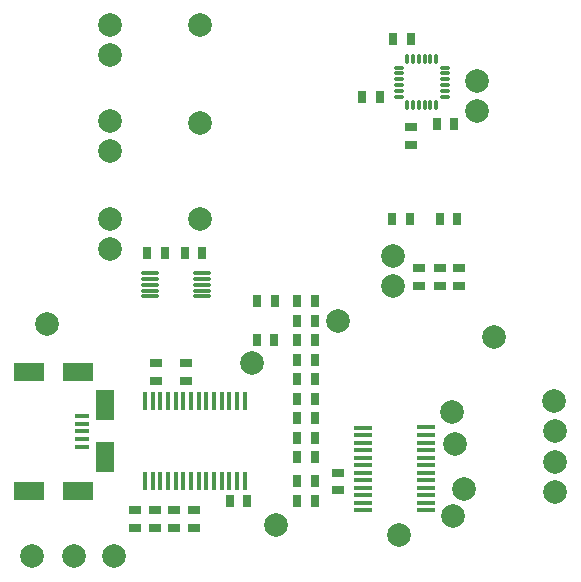
<source format=gbr>
G04 #@! TF.GenerationSoftware,KiCad,Pcbnew,(6.0.9-0)*
G04 #@! TF.CreationDate,2023-12-07T00:14:05+00:00*
G04 #@! TF.ProjectId,BalanceBoard,42616c61-6e63-4654-926f-6172642e6b69,rev?*
G04 #@! TF.SameCoordinates,Original*
G04 #@! TF.FileFunction,Paste,Bot*
G04 #@! TF.FilePolarity,Positive*
%FSLAX46Y46*%
G04 Gerber Fmt 4.6, Leading zero omitted, Abs format (unit mm)*
G04 Created by KiCad (PCBNEW (6.0.9-0)) date 2023-12-07 00:14:05*
%MOMM*%
%LPD*%
G01*
G04 APERTURE LIST*
G04 Aperture macros list*
%AMRoundRect*
0 Rectangle with rounded corners*
0 $1 Rounding radius*
0 $2 $3 $4 $5 $6 $7 $8 $9 X,Y pos of 4 corners*
0 Add a 4 corners polygon primitive as box body*
4,1,4,$2,$3,$4,$5,$6,$7,$8,$9,$2,$3,0*
0 Add four circle primitives for the rounded corners*
1,1,$1+$1,$2,$3*
1,1,$1+$1,$4,$5*
1,1,$1+$1,$6,$7*
1,1,$1+$1,$8,$9*
0 Add four rect primitives between the rounded corners*
20,1,$1+$1,$2,$3,$4,$5,0*
20,1,$1+$1,$4,$5,$6,$7,0*
20,1,$1+$1,$6,$7,$8,$9,0*
20,1,$1+$1,$8,$9,$2,$3,0*%
G04 Aperture macros list end*
%ADD10R,0.700000X1.000000*%
%ADD11R,1.000000X0.700000*%
%ADD12RoundRect,0.075000X0.350000X0.075000X-0.350000X0.075000X-0.350000X-0.075000X0.350000X-0.075000X0*%
%ADD13RoundRect,0.075000X0.075000X-0.350000X0.075000X0.350000X-0.075000X0.350000X-0.075000X-0.350000X0*%
%ADD14C,2.000000*%
%ADD15R,1.250000X0.400000*%
%ADD16R,2.500000X1.500000*%
%ADD17R,1.500000X2.500000*%
%ADD18RoundRect,0.100000X0.100000X-0.650000X0.100000X0.650000X-0.100000X0.650000X-0.100000X-0.650000X0*%
%ADD19RoundRect,0.075000X0.650000X0.075000X-0.650000X0.075000X-0.650000X-0.075000X0.650000X-0.075000X0*%
%ADD20R,1.600000X0.400000*%
G04 APERTURE END LIST*
D10*
X57150000Y-133223000D03*
X55650000Y-133223000D03*
X44450000Y-167386000D03*
X45950000Y-167386000D03*
D11*
X40767000Y-157226000D03*
X40767000Y-155726000D03*
D10*
X59690000Y-143510000D03*
X58190000Y-143510000D03*
X50165000Y-165735000D03*
X51665000Y-165735000D03*
D11*
X38100000Y-168148000D03*
X38100000Y-169648000D03*
X36449000Y-168148000D03*
X36449000Y-169648000D03*
D10*
X50165000Y-167386000D03*
X51665000Y-167386000D03*
D11*
X41402000Y-168148000D03*
X41402000Y-169648000D03*
D12*
X62656000Y-130703000D03*
X62656000Y-131203000D03*
X62656000Y-131703000D03*
X62656000Y-132203000D03*
X62656000Y-132703000D03*
X62656000Y-133203000D03*
D13*
X61956000Y-133903000D03*
X61456000Y-133903000D03*
X60956000Y-133903000D03*
X60456000Y-133903000D03*
X59956000Y-133903000D03*
X59456000Y-133903000D03*
D12*
X58756000Y-133203000D03*
X58756000Y-132703000D03*
X58756000Y-132203000D03*
X58756000Y-131703000D03*
X58756000Y-131203000D03*
X58756000Y-130703000D03*
D13*
X59456000Y-130003000D03*
X59956000Y-130003000D03*
X60456000Y-130003000D03*
X60956000Y-130003000D03*
X61456000Y-130003000D03*
X61956000Y-130003000D03*
D10*
X46748000Y-153797000D03*
X48248000Y-153797000D03*
D14*
X46355000Y-155702000D03*
X41960800Y-143510000D03*
X41910000Y-135382000D03*
X41910000Y-127127000D03*
X27686000Y-172085000D03*
X53594000Y-152146000D03*
X58293000Y-146685000D03*
D15*
X31957000Y-162814000D03*
X31957000Y-162164000D03*
X31957000Y-161514000D03*
X31957000Y-160864000D03*
X31957000Y-160214000D03*
D16*
X27432000Y-166564000D03*
X31632000Y-166564000D03*
D17*
X33882000Y-163714000D03*
X33882000Y-159314000D03*
D16*
X31632000Y-156464000D03*
X27432000Y-156464000D03*
D18*
X45735000Y-165735000D03*
X45085000Y-165735000D03*
X44435000Y-165735000D03*
X43785000Y-165735000D03*
X43135000Y-165735000D03*
X42485000Y-165735000D03*
X41835000Y-165735000D03*
X41185000Y-165735000D03*
X40535000Y-165735000D03*
X39885000Y-165735000D03*
X39235000Y-165735000D03*
X38585000Y-165735000D03*
X37935000Y-165735000D03*
X37285000Y-165735000D03*
X37285000Y-158935000D03*
X37935000Y-158935000D03*
X38585000Y-158935000D03*
X39235000Y-158935000D03*
X39885000Y-158935000D03*
X40535000Y-158935000D03*
X41185000Y-158935000D03*
X41835000Y-158935000D03*
X42485000Y-158935000D03*
X43135000Y-158935000D03*
X43785000Y-158935000D03*
X44435000Y-158935000D03*
X45085000Y-158935000D03*
X45735000Y-158935000D03*
D10*
X63730000Y-143510000D03*
X62230000Y-143510000D03*
X61976000Y-135509000D03*
X63476000Y-135509000D03*
D11*
X38227000Y-157226000D03*
X38227000Y-155726000D03*
X59817000Y-135763000D03*
X59817000Y-137263000D03*
D14*
X34290000Y-146050000D03*
D10*
X51665000Y-150495000D03*
X50165000Y-150495000D03*
D14*
X72009000Y-166624000D03*
X65405000Y-131826000D03*
X66852800Y-153517600D03*
X72034400Y-161493200D03*
D11*
X39751000Y-168148000D03*
X39751000Y-169648000D03*
D10*
X51665000Y-160401000D03*
X50165000Y-160401000D03*
X51665000Y-155448000D03*
X50165000Y-155448000D03*
D14*
X34290000Y-137795000D03*
X34290000Y-129667000D03*
X71882000Y-158953200D03*
X63246000Y-159893000D03*
X34671000Y-172085000D03*
D10*
X51689000Y-158750000D03*
X50189000Y-158750000D03*
X51665000Y-152146000D03*
X50165000Y-152146000D03*
D14*
X31242000Y-172085000D03*
X28956000Y-152400000D03*
X48387000Y-169418000D03*
D11*
X62230000Y-149201000D03*
X62230000Y-147701000D03*
D14*
X65405000Y-134366000D03*
D10*
X59817000Y-128270000D03*
X58317000Y-128270000D03*
D14*
X63373000Y-168656000D03*
D10*
X46760000Y-150495000D03*
X48260000Y-150495000D03*
D14*
X64262000Y-166370000D03*
D11*
X53594000Y-164997000D03*
X53594000Y-166497000D03*
D14*
X58293000Y-149225000D03*
X34290000Y-143510000D03*
D10*
X42140000Y-146431000D03*
X40640000Y-146431000D03*
X51665000Y-153797000D03*
X50165000Y-153797000D03*
D11*
X63881000Y-149201000D03*
X63881000Y-147701000D03*
D19*
X42078000Y-148080803D03*
X42078000Y-148580803D03*
X42078000Y-149080803D03*
X42078000Y-149580803D03*
X42078000Y-150080803D03*
X37678000Y-150080803D03*
X37678000Y-149580803D03*
X37678000Y-149080803D03*
X37678000Y-148580803D03*
X37678000Y-148080803D03*
D11*
X60452000Y-149201000D03*
X60452000Y-147701000D03*
D10*
X51677000Y-157099000D03*
X50177000Y-157099000D03*
X50165000Y-163703000D03*
X51665000Y-163703000D03*
D14*
X58775600Y-170281600D03*
D20*
X55770000Y-168170363D03*
X55770000Y-167535363D03*
X55770000Y-166900363D03*
X55770000Y-166265363D03*
X55770000Y-165630363D03*
X55770000Y-164995363D03*
X55770000Y-164360363D03*
X55770000Y-163725363D03*
X55770000Y-163090363D03*
X55770000Y-162455363D03*
X55770000Y-161820363D03*
X55770000Y-161185363D03*
X61070000Y-161170363D03*
X61070000Y-161820363D03*
X61070000Y-162455363D03*
X61070000Y-163090363D03*
X61070000Y-163725363D03*
X61070000Y-164360363D03*
X61070000Y-164995363D03*
X61070000Y-165630363D03*
X61070000Y-166265363D03*
X61070000Y-166900363D03*
X61070000Y-167535363D03*
X61070000Y-168170363D03*
D14*
X34290000Y-135255000D03*
D10*
X37489000Y-146431000D03*
X38989000Y-146431000D03*
D14*
X34290000Y-127127000D03*
X63500000Y-162560000D03*
D10*
X51689000Y-162052000D03*
X50189000Y-162052000D03*
D14*
X72009000Y-164084000D03*
M02*

</source>
